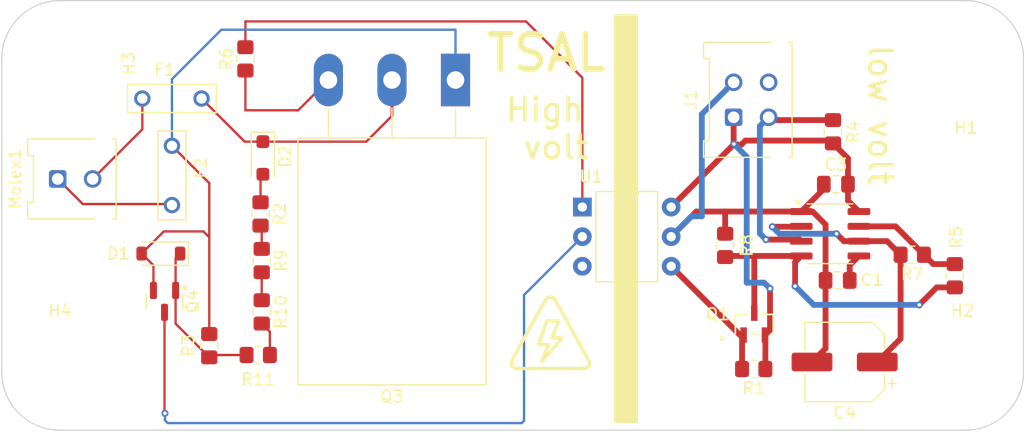
<source format=kicad_pcb>
(kicad_pcb (version 20240108) (generator "pcbnew") (generator_version "8.0")
  (layers (0 "F.Cu" signal) (31 "B.Cu" signal) (34 "B.Paste" user) (35 "F.Paste" user) (36 "B.SilkS" user "B.Silkscreen") (37 "F.SilkS" user "F.Silkscreen") (38 "B.Mask" user) (39 "F.Mask" user) (44 "Edge.Cuts" user))
  (net 0 "")
  (net 1 "Net-(D1-K)")
  (net 2 "/HV-")
  (net 3 "GLV+")
  (net 4 "Net-(Q1-D)")
  (net 5 "Net-(Q1-G)")
  (net 6 "Net-(Q3-S)")
  (net 7 "Net-(Q4-D)")
  (net 8 "Net-(R6-Pad2)")
  (net 10 "Net-(D2-A)")
  (net 11 "/HV+")
  (net 12 "Net-(U2-CV)")
  (net 13 "Light+")
  (net 14 "GND")
  (net 15 "Net-(U2-DIS)")
  (net 16 "Net-(U2-THR)")
  (net 18 "Net-(R10-Pad2)")
  (net 19 "Net-(R10-Pad1)")
  (net 20 "Net-(R2-Pad2)")
  (net 21 "Net-(D2-K)")
  (net 22 "Net-(Molex1-Pin_1)")
  (footprint "MountingHole:MountingHole_4.3mm_M4" (layer "F.Cu") (at 114.2 85.1)
    (property "Reference" "H3" (at 5.9 0.3 90) (layer "F.SilkS"))
    (property "Value" "MountingHole")
    (pad "" np_thru_hole circle (at 0 0) (size 4.3 4.3) (drill 4.3) (layers "*.Cu" "*.Mask"))
  )
  (footprint "Resistor_SMD:R_0805_2012Metric_Pad1.20x1.40mm_HandSolder" (layer "F.Cu") (at 180.5 91.25 90)
    (property "Reference" "R4" (at 0 1.75 90) (layer "F.SilkS"))
    (property "Value" "1k")
    (fp_line (start -0.227064 -0.735) (end 0.227064 -0.735) (stroke (width 0.12)) (layer "F.SilkS"))
    (fp_line (start -0.227064 0.735) (end 0.227064 0.735) (stroke (width 0.12)) (layer "F.SilkS"))
    (pad "1" smd roundrect (at -1 0 90) (size 1.2 1.4) (layers "F.Cu" "F.Paste" "F.Mask") (roundrect_rratio 0.208333) (net 3 "GLV+"))
    (pad "2" smd roundrect (at 1 0 90) (size 1.2 1.4) (layers "F.Cu" "F.Paste" "F.Mask") (roundrect_rratio 0.208333) (net 13 "Light+"))
  )
  (footprint "Resistor_SMD:R_0805_2012Metric_Pad1.20x1.40mm_HandSolder" (layer "F.Cu") (at 131.5 102.3 -90)
    (property "Reference" "R9" (at 0 -1.65 90) (layer "F.SilkS"))
    (property "Value" "240k")
    (fp_line (start -0.227064 0.735) (end 0.227064 0.735) (stroke (width 0.12)) (layer "F.SilkS"))
    (fp_line (start -0.227064 -0.735) (end 0.227064 -0.735) (stroke (width 0.12)) (layer "F.SilkS"))
    (pad "1" smd roundrect (at -1 0 270) (size 1.2 1.4) (layers "F.Cu" "F.Paste" "F.Mask") (roundrect_rratio 0.208333) (net 20 "Net-(R2-Pad2)"))
    (pad "2" smd roundrect (at 1 0 270) (size 1.2 1.4) (layers "F.Cu" "F.Paste" "F.Mask") (roundrect_rratio 0.208333) (net 19 "Net-(R10-Pad1)"))
  )
  (footprint "Resistor_SMD:R_0805_2012Metric_Pad1.20x1.40mm_HandSolder" (layer "F.Cu") (at 127 109.6 90)
    (property "Reference" "R3" (at 0 -1.8 90) (layer "F.SilkS"))
    (property "Value" "2M")
    (fp_line (start -0.227064 -0.735) (end 0.227064 -0.735) (stroke (width 0.12)) (layer "F.SilkS"))
    (fp_line (start -0.227064 0.735) (end 0.227064 0.735) (stroke (width 0.12)) (layer "F.SilkS"))
    (pad "1" smd roundrect (at -1 0 90) (size 1.2 1.4) (layers "F.Cu" "F.Paste" "F.Mask") (roundrect_rratio 0.208333) (net 1 "Net-(D1-K)"))
    (pad "2" smd roundrect (at 1 0 90) (size 1.2 1.4) (layers "F.Cu" "F.Paste" "F.Mask") (roundrect_rratio 0.208333) (net 2 "/HV-"))
  )
  (footprint "Capacitor_SMD:CP_Elec_6.3x5.4" (layer "F.Cu") (at 181.5 111 180)
    (property "Reference" "C4" (at 0 -4.35 360) (layer "F.SilkS"))
    (property "Value" "100uF")
    (fp_line (start 3.41 3.41) (end 3.41 1.06) (stroke (width 0.12)) (layer "F.SilkS"))
    (fp_line (start 3.41 -3.41) (end 3.41 -1.06) (stroke (width 0.12)) (layer "F.SilkS"))
    (fp_line (start -2.345563 3.41) (end 3.41 3.41) (stroke (width 0.12)) (layer "F.SilkS"))
    (fp_line (start -2.345563 -3.41) (end 3.41 -3.41) (stroke (width 0.12)) (layer "F.SilkS"))
    (fp_line (start -3.41 2.345563) (end -2.345563 3.41) (stroke (width 0.12)) (layer "F.SilkS"))
    (fp_line (start -3.41 2.345563) (end -3.41 1.06) (stroke (width 0.12)) (layer "F.SilkS"))
    (fp_line (start -3.41 -2.345563) (end -2.345563 -3.41) (stroke (width 0.12)) (layer "F.SilkS"))
    (fp_line (start -3.41 -2.345563) (end -3.41 -1.06) (stroke (width 0.12)) (layer "F.SilkS"))
    (fp_line (start -4.04375 -2.24125) (end -4.04375 -1.45375) (stroke (width 0.12)) (layer "F.SilkS"))
    (fp_line (start -4.4375 -1.8475) (end -3.65 -1.8475) (stroke (width 0.12)) (layer "F.SilkS"))
    (pad "1" smd roundrect (at -2.8 0 180) (size 3.5 1.6) (layers "F.Cu" "F.Paste" "F.Mask") (roundrect_rratio 0.15625) (net 16 "Net-(U2-THR)"))
    (pad "2" smd roundrect (at 2.8 0 180) (size 3.5 1.6) (layers "F.Cu" "F.Paste" "F.Mask") (roundrect_rratio 0.15625) (net 14 "GND"))
  )
  (footprint "Connector_Molex:Molex_Micro-Fit_3.0_43045-0212_2x01_P3.00mm_Vertical" (layer "F.Cu") (at 114 95.3 90)
    (property "Reference" "Molex1" (at 0 -3.67 90) (layer "F.SilkS"))
    (property "Value" "043045-0212")
    (fp_line (start 3.435 -2.58) (end 3.435 3.18) (stroke (width 0.12)) (layer "F.SilkS"))
    (fp_line (start 2.015 -2.58) (end 3.435 -2.58) (stroke (width 0.12)) (layer "F.SilkS"))
    (fp_line (start -2.015 -2.58) (end -2.015 -2.08) (stroke (width 0.12)) (layer "F.SilkS"))
    (fp_line (start -3.435 -2.58) (end -2.015 -2.58) (stroke (width 0.12)) (layer "F.SilkS"))
    (fp_line (start 2.015 -2.08) (end 2.015 -2.58) (stroke (width 0.12)) (layer "F.SilkS"))
    (fp_line (start -2.015 -2.08) (end 2.015 -2.08) (stroke (width 0.12)) (layer "F.SilkS"))
    (fp_line (start -3.435 3.18) (end -3.435 -2.58) (stroke (width 0.12)) (layer "F.SilkS"))
    (fp_line (start -3.435 4.7) (end -3.435 5.01) (stroke (width 0.12)) (layer "F.SilkS"))
    (fp_line (start 3.435 5.01) (end 3.435 4.7) (stroke (width 0.12)) (layer "F.SilkS"))
    (fp_line (start -3.435 5.01) (end 3.435 5.01) (stroke (width 0.12)) (layer "F.SilkS"))
    (pad "" np_thru_hole circle (at -3 3.94 90) (size 1 1) (drill 1) (layers "*.Cu" "*.Mask"))
    (pad "" np_thru_hole circle (at 3 3.94 90) (size 1 1) (drill 1) (layers "*.Cu" "*.Mask"))
    (pad "1" thru_hole roundrect (at 0 0 90) (size 1.5 1.5) (drill 1) (layers "*.Cu" "*.Mask") (roundrect_rratio 0.166667) (net 22 "Net-(Molex1-Pin_1)"))
    (pad "2" thru_hole circle (at 0 3 90) (size 1.5 1.5) (drill 1) (layers "*.Cu" "*.Mask") (net 11 "/HV+"))
  )
  (footprint "Library:FUSE_BK_PCS" (layer "F.Cu") (at 123.8 95 -90)
    (property "Reference" "F2" (at -0.635 -2.465 90) (layer "F.SilkS"))
    (property "Value" "750mA")
    (fp_line (start -3.81 1.205) (end -3.81 -1.205) (stroke (width 0.127)) (layer "F.SilkS"))
    (fp_line (start 3.81 1.205) (end -3.81 1.205) (stroke (width 0.127)) (layer "F.SilkS"))
    (fp_line (start -3.81 -1.205) (end 3.81 -1.205) (stroke (width 0.127)) (layer "F.SilkS"))
    (fp_line (start 3.81 -1.205) (end 3.81 1.205) (stroke (width 0.127)) (layer "F.SilkS"))
    (pad "1" thru_hole circle (at -2.54 0 270) (size 1.397 1.397) (drill 0.889) (layers "*.Cu" "*.Mask") (net 2 "/HV-"))
    (pad "2" thru_hole circle (at 2.54 0 270) (size 1.397 1.397) (drill 0.889) (layers "*.Cu" "*.Mask") (net 22 "Net-(Molex1-Pin_1)"))
  )
  (footprint "Capacitor_SMD:C_0805_2012Metric_Pad1.18x1.45mm_HandSolder" (layer "F.Cu") (at 180.75 95.75)
    (property "Reference" "C3" (at 0 -1.68 0) (layer "F.SilkS"))
    (property "Value" "1uF")
    (fp_line (start -0.261252 -0.735) (end 0.261252 -0.735) (stroke (width 0.12)) (layer "F.SilkS"))
    (fp_line (start -0.261252 0.735) (end 0.261252 0.735) (stroke (width 0.12)) (layer "F.SilkS"))
    (pad "1" smd roundrect (at -1.0375 0) (size 1.175 1.45) (layers "F.Cu" "F.Paste" "F.Mask") (roundrect_rratio 0.212766) (net 14 "GND"))
    (pad "2" smd roundrect (at 1.0375 0) (size 1.175 1.45) (layers "F.Cu" "F.Paste" "F.Mask") (roundrect_rratio 0.212766) (net 3 "GLV+"))
  )
  (footprint "Resistor_SMD:R_0805_2012Metric_Pad1.20x1.40mm_HandSolder" (layer "F.Cu") (at 173.7 111.6 180)
    (property "Reference" "R1" (at 0 -1.65 0) (layer "F.SilkS"))
    (property "Value" "10k")
    (fp_line (start -0.227064 0.735) (end 0.227064 0.735) (stroke (width 0.12)) (layer "F.SilkS"))
    (fp_line (start -0.227064 -0.735) (end 0.227064 -0.735) (stroke (width 0.12)) (layer "F.SilkS"))
    (pad "1" smd roundrect (at -1 0 180) (size 1.2 1.4) (layers "F.Cu" "F.Paste" "F.Mask") (roundrect_rratio 0.208333) (net 3 "GLV+"))
    (pad "2" smd roundrect (at 1 0 180) (size 1.2 1.4) (layers "F.Cu" "F.Paste" "F.Mask") (roundrect_rratio 0.208333) (net 5 "Net-(Q1-G)"))
  )
  (footprint "Resistor_SMD:R_0805_2012Metric_Pad1.20x1.40mm_HandSolder" (layer "F.Cu") (at 131.4 98.3 -90)
    (property "Reference" "R2" (at 0 -1.65 90) (layer "F.SilkS"))
    (property "Value" "240k")
    (fp_line (start -0.227064 0.735) (end 0.227064 0.735) (stroke (width 0.12)) (layer "F.SilkS"))
    (fp_line (start -0.227064 -0.735) (end 0.227064 -0.735) (stroke (width 0.12)) (layer "F.SilkS"))
    (pad "1" smd roundrect (at -1 0 270) (size 1.2 1.4) (layers "F.Cu" "F.Paste" "F.Mask") (roundrect_rratio 0.208333) (net 10 "Net-(D2-A)"))
    (pad "2" smd roundrect (at 1 0 270) (size 1.2 1.4) (layers "F.Cu" "F.Paste" "F.Mask") (roundrect_rratio 0.208333) (net 20 "Net-(R2-Pad2)"))
  )
  (footprint "MountingHole:MountingHole_4.3mm_M4" (layer "F.Cu") (at 114.2 111.9)
    (property "Reference" "H4" (at 0 -5.3 0) (layer "F.SilkS"))
    (property "Value" "MountingHole")
    (pad "" np_thru_hole circle (at 0 0) (size 4.3 4.3) (drill 4.3) (layers "*.Cu" "*.Mask"))
  )
  (footprint "Capacitor_SMD:C_0805_2012Metric_Pad1.18x1.45mm_HandSolder" (layer "F.Cu") (at 180.9 104)
    (property "Reference" "C1" (at 2.95 -0.05 0) (layer "F.SilkS"))
    (property "Value" "0.1uF")
    (fp_line (start -0.261252 -0.735) (end 0.261252 -0.735) (stroke (width 0.12)) (layer "F.SilkS"))
    (fp_line (start -0.261252 0.735) (end 0.261252 0.735) (stroke (width 0.12)) (layer "F.SilkS"))
    (pad "1" smd roundrect (at -1.0375 0) (size 1.175 1.45) (layers "F.Cu" "F.Paste" "F.Mask") (roundrect_rratio 0.212766) (net 14 "GND"))
    (pad "2" smd roundrect (at 1.0375 0) (size 1.175 1.45) (layers "F.Cu" "F.Paste" "F.Mask") (roundrect_rratio 0.212766) (net 12 "Net-(U2-CV)"))
  )
  (footprint "Diode_SMD:D_SOD-123" (layer "F.Cu") (at 122.85 101.7 180)
    (property "Reference" "D1" (at 3.65 0 0) (layer "F.SilkS"))
    (property "Value" "BZT52C12")
    (fp_line (start -2.36 1) (end 1.65 1) (stroke (width 0.12)) (layer "F.SilkS"))
    (fp_line (start -2.36 -1) (end 1.65 -1) (stroke (width 0.12)) (layer "F.SilkS"))
    (fp_line (start -2.36 -1) (end -2.36 1) (stroke (width 0.12)) (layer "F.SilkS"))
    (pad "1" smd roundrect (at -1.65 0 180) (size 0.9 1.2) (layers "F.Cu" "F.Paste" "F.Mask") (net 1 "Net-(D1-K)"))
    (pad "2" smd roundrect (at 1.65 0 180) (size 0.9 1.2) (layers "F.Cu" "F.Paste" "F.Mask") (net 2 "/HV-"))
  )
  (footprint "Resistor_SMD:R_0805_2012Metric_Pad1.20x1.40mm_HandSolder" (layer "F.Cu") (at 131.2 110.4 180)
    (property "Reference" "R11" (at 0 -2.1 0) (layer "F.SilkS"))
    (property "Value" "240k")
    (fp_line (start -0.227064 0.735) (end 0.227064 0.735) (stroke (width 0.12)) (layer "F.SilkS"))
    (fp_line (start -0.227064 -0.735) (end 0.227064 -0.735) (stroke (width 0.12)) (layer "F.SilkS"))
    (pad "1" smd roundrect (at -1 0 180) (size 1.2 1.4) (layers "F.Cu" "F.Paste" "F.Mask") (roundrect_rratio 0.208333) (net 18 "Net-(R10-Pad2)"))
    (pad "2" smd roundrect (at 1 0 180) (size 1.2 1.4) (layers "F.Cu" "F.Paste" "F.Mask") (roundrect_rratio 0.208333) (net 1 "Net-(D1-K)"))
  )
  (footprint "Package_TO_SOT_SMD:SOT23_DIO" (layer "F.Cu") (at 173.75 107.75)
    (property "Reference" "Q1" (at -3.15 -0.85 0) (layer "F.SilkS"))
    (property "Value" "DMP2035U-7")
    (fp_line (start -1.6256 -0.8255) (end -1.6256 0.8255) (stroke (width 0.1524)) (layer "F.SilkS"))
    (fp_line (start -0.61214 -0.8255) (end -1.6256 -0.8255) (stroke (width 0.1524)) (layer "F.SilkS"))
    (fp_line (start -0.302859 0.8255) (end 0.302859 0.8255) (stroke (width 0.1524)) (layer "F.SilkS"))
    (fp_line (start 1.6256 -0.8255) (end 0.61214 -0.8255) (stroke (width 0.1524)) (layer "F.SilkS"))
    (fp_line (start 1.6256 0.8255) (end 1.6256 -0.8255) (stroke (width 0.1524)) (layer "F.SilkS"))
    (fp_circle (center -2.7686 1.2446) (end -2.6416 1.2446) (stroke (width 0.1524)) (fill none) (layer "F.SilkS"))
    (pad "1" smd rect (at -0.914999 0.9398) (size 0.5588 1.3208) (layers "F.Cu" "F.Paste" "F.Mask") (net 5 "Net-(Q1-G)"))
    (pad "2" smd rect (at 0.914999 0.9398) (size 0.5588 1.3208) (layers "F.Cu" "F.Paste" "F.Mask") (net 3 "GLV+"))
    (pad "3" smd rect (at 0 -0.9398) (size 0.5588 1.3208) (layers "F.Cu" "F.Paste" "F.Mask") (net 4 "Net-(Q1-D)"))
  )
  (footprint "LOGO" (layer "F.Cu") (at 156.25 108.5)
    (property "Reference" "G***" (hide yes))
    (property "Value" "LOGO" (hide yes))
    (fp_poly (pts (xy 0.221786 -1.162324) (xy 0.361921 -1.162169) (xy 0.477264 -1.161801) (xy 0.57038 -1.161116) (xy 0.643831 -1.160011) (xy 0.700182 -1.158383) (xy 0.741998 -1.156128) (xy 0.77184 -1.153143) (xy 0.792275 -1.149325) (xy 0.805865 -1.14457) (xy 0.815175 -1.138774) (xy 0.815658 -1.138387) (xy 0.855584 -1.0918) (xy 0.874507 -1.037338) (xy 0.875391 -1.023182) (xy 0.870423 -1.004497) (xy 0.856172 -0.96302) (xy 0.833617 -0.901319) (xy 0.803734 -0.821963) (xy 0.767503 -0.727517) (xy 0.725901 -0.62055) (xy 0.679906 -0.503629) (xy 0.630496 -0.379322) (xy 0.622348 -0.358941) (xy 0.572672 -0.234664) (xy 0.526224 -0.118232) (xy 0.483973 -0.012083) (xy 0.446885 0.081341) (xy 0.415925 0.159603) (xy 0.392062 0.220261) (xy 0.376262 0.260876) (xy 0.369491 0.279007) (xy 0.369305 0.279712) (xy 0.382386 0.28153) (xy 0.419235 0.28345) (xy 0.476269 0.285369) (xy 0.549903 0.287183) (xy 0.636549 0.288789) (xy 0.726076 0.290009) (xy 1.082846 0.294077) (xy 1.122737 0.338746) (xy 1.154242 0.391741) (xy 1.162827 0.449942) (xy 1.147804 0.505736) (xy 1.139101 0.520139) (xy 1.123025 0.540815) (xy 1.090963 0.579875) (xy 1.0444 0.635596) (xy 0.98482 0.706255) (xy 0.913708 0.790129) (xy 0.832548 0.885493) (xy 0.742824 0.990624) (xy 0.64602 1.103799) (xy 0.543621 1.223294) (xy 0.437112 1.347386) (xy 0.327975 1.474351) (xy 0.217697 1.602465) (xy 0.107761 1.730006) (xy -0.000349 1.855248) (xy -0.105147 1.97647) (xy -0.205151 2.091947) (xy -0.298875 2.199957) (xy -0.384835 2.298774) (xy -0.461547 2.386677) (xy -0.527527 2.46194) (xy -0.58129 2.522842) (xy -0.621351 2.567658) (xy -0.646227 2.594664) (xy -0.653975 2.602163) (xy -0.710243 2.624997) (xy -0.7656 2.620691) (xy -0.818436 2.589453) (xy -0.828885 2.579666) (xy -0.863211 2.536459) (xy -0.875271 2.495612) (xy -0.87539 2.490825) (xy -0.870402 2.46993) (xy -0.8561 2.426349) (xy -0.83348 2.362733) (xy -0.803537 2.281738) (xy -0.767264 2.186015) (xy -0.725657 2.078217) (xy -0.679711 1.960998) (xy -0.630421 1.83701) (xy -0.627412 1.829495) (xy -0.577938 1.705855) (xy -0.531483 1.589475) (xy -0.489059 1.482915) (xy -0.451682 1.388736) (xy -0.420364 1.309497) (xy -0.396121 1.24776) (xy -0.379966 1.206085) (xy -0.372913 1.187031) (xy -0.372774 1.186565) (xy -0.372308 1.179328) (xy -0.377424 1.173712) (xy -0.391118 1.169513) (xy -0.416389 1.166528) (xy -0.456233 1.164551) (xy -0.513647 1.163379) (xy -0.591629 1.162808) (xy -0.693175 1.162634) (xy -0.724389 1.162628) (xy -1.082664 1.162628) (xy -1.122646 1.122646) (xy -1.152066 1.084189) (xy -1.162322 1.041274) (xy -1.162628 1.029456) (xy -1.157846 1.004736) (xy -1.14357 0.954707) (xy -1.119903 0.879677) (xy -1.112837 0.858293) (xy -0.804044 0.858293) (xy -0.800277 0.863665) (xy -0.783205 0.86786) (xy -0.75036 0.870998) (xy -0.699278 0.873198) (xy -0.627492 0.87458) (xy -0.532537 0.875264) (xy -0.451469 0.875391) (xy -0.09301 0.875391) (xy -0.046505 0.921896) (xy -0.01225 0.964961) (xy -0.000137 1.005704) (xy 0 1.010878) (xy -0.004982 1.034952) (xy -0.018995 1.080364) (xy -0.040641 1.143162) (xy -0.068519 1.219394) (xy -0.101232 1.305109) (xy -0.129876 1.377687) (xy -0.164509 1.46551) (xy -0.193501 1.541685) (xy -0.21587 1.603418) (xy -0.230635 1.647914) (xy -0.236813 1.672379) (xy -0.234355 1.675107) (xy -0.220686 1.659674) (xy -0.191036 1.625529) (xy -0.147197 1.574757) (xy -0.09096 1.509441) (xy -0.024117 1.431665) (xy 0.051539 1.343514) (xy 0.134217 1.247071) (xy 0.222123 1.144419) (xy 0.244584 1.118175) (xy 0.698126 0.588153) (xy 0.409935 0.588153) (xy 0.307652 0.58776) (xy 0.229145 0.586433) (xy 0.170846 0.583949) (xy 0.129183 0.580086) (xy 0.100587 0.57462) (xy 0.082219 0.567714) (xy 0.032316 0.52934) (xy 0.004679 0.479231) (xy 0 0.445576) (xy 0.004973 0.42509) (xy 0.019238 0.381862) (xy 0.041816 0.3185) (xy 0.071727 0.237617) (xy 0.107992 0.141823) (xy 0.149631 0.033729) (xy 0.195664 -0.084054) (xy 0.245112 -0.208916) (xy 0.253043 -0.228796) (xy 0.302681 -0.353219) (xy 0.349097 -0.469807) (xy 0.391324 -0.576118) (xy 0.428399 -0.669714) (xy 0.459357 -0.748156) (xy 0.483234 -0.809003) (xy 0.499066 -0.849815) (xy 0.505887 -0.868153) (xy 0.506085 -0.868907) (xy 0.493014 -0.870668) (xy 0.456225 -0.872247) (xy 0.399357 -0.873577) (xy 0.326048 -0.874588) (xy 0.239937 -0.875213) (xy 0.159597 -0.87539) (xy -0.18689 -0.87539) (xy -0.492525 -0.017097) (xy -0.544759 0.129596) (xy -0.594349 0.268882) (xy -0.640525 0.398591) (xy -0.682512 0.516554) (xy -0.71954 0.620599) (xy -0.750835 0.708556) (xy -0.775625 0.778256) (xy -0.793139 0.827529) (xy -0.802603 0.854203) (xy -0.804044 0.858293) (xy -1.112837 0.858293) (xy -1.086951 0.779954) (xy -1.044818 0.655847) (xy -0.993607 0.507663) (xy -0.933423 0.33571) (xy -0.864371 0.140296) (xy -0.806858 -0.02138) (xy -0.749975 -0.180742) (xy -0.69533 -0.333547) (xy -0.64368 -0.477696) (xy -0.595781 -0.611095) (xy -0.552389 -0.731646) (xy -0.51426 -0.837251) (xy -0.48215 -0.925815) (xy -0.456814 -0.995241) (xy -0.43901 -1.043431) (xy -0.429492 -1.068289) (xy -0.428772 -1.070001) (xy -0.419133 -1.092004) (xy -0.409564 -1.110218) (xy -0.397552 -1.124997) (xy -0.380585 -1.1367) (xy -0.356152 -1.145681) (xy -0.32174 -1.152299) (xy -0.274837 -1.156908) (xy -0.212931 -1.159866) (xy -0.133509 -1.16153) (xy -0.034061 -1.162255) (xy 0.087927 -1.162399)) (fill solid) (layer "F.SilkS"))
    (fp_poly (pts (xy 0.091361 -3.205002) (xy 0.098082 -3.204001) (xy 0.210467 -3.175667) (xy 0.317147 -3.128156) (xy 0.410502 -3.065375) (xy 0.460374 -3.018287) (xy 0.471136 -3.004415) (xy 0.487371 -2.980218) (xy 0.509513 -2.944927) (xy 0.537993 -2.897773) (xy 0.573245 -2.837986) (xy 0.6157 -2.764798) (xy 0.665792 -2.677438) (xy 0.723953 -2.575139) (xy 0.790616 -2.45713) (xy 0.866213 -2.322643) (xy 0.951177 -2.170908) (xy 1.04594 -2.001156) (xy 1.150936 -1.812618) (xy 1.266596 -1.604525) (xy 1.393354 -1.376108) (xy 1.531642 -1.126597) (xy 1.681892 -0.855223) (xy 1.844537 -0.561217) (xy 1.976468 -0.32259) (xy 2.114557 -0.07268) (xy 2.249364 0.171461) (xy 2.380273 0.408708) (xy 2.506664 0.637935) (xy 2.627922 0.858018) (xy 2.743427 1.067832) (xy 2.852564 1.266253) (xy 2.954715 1.452154) (xy 3.049262 1.624411) (xy 3.135588 1.781899) (xy 3.213075 1.923494) (xy 3.281107 2.048069) (xy 3.339065 2.154501) (xy 3.386333 2.241664) (xy 3.422292 2.308434) (xy 3.446326 2.353684) (xy 3.457817 2.376291) (xy 3.458408 2.37763) (xy 3.49094 2.490327) (xy 3.499214 2.608388) (xy 3.484391 2.727065) (xy 3.44763 2.841606) (xy 3.390092 2.947264) (xy 3.312937 3.039288) (xy 3.292123 3.058389) (xy 3.21222 3.114957) (xy 3.117229 3.161868) (xy 3.019093 3.193667) (xy 2.979146 3.201302) (xy 2.956856 3.202547) (xy 2.908768 3.203715) (xy 2.836433 3.204807) (xy 2.741405 3.205824) (xy 2.625236 3.206764) (xy 2.48948 3.20763) (xy 2.335688 3.208419) (xy 2.165414 3.209134) (xy 1.98021 3.209774) (xy 1.781629 3.210339) (xy 1.571224 3.21083) (xy 1.350547 3.211246) (xy 1.121151 3.211589) (xy 0.88459 3.211857) (xy 0.642415 3.212052) (xy 0.396179 3.212174) (xy 0.147436 3.212222) (xy -0.102263 3.212197) (xy -0.351364 3.2121) (xy -0.598314 3.211929) (xy -0.841562 3.211687) (xy -1.079553 3.211372) (xy -1.310737 3.210985) (xy -1.533559 3.210526) (xy -1.746467 3.209996) (xy -1.947908 3.209395) (xy -2.13633 3.208722) (xy -2.310179 3.207978) (xy -2.467904 3.207164) (xy -2.607951 3.206279) (xy -2.728768 3.205324) (xy -2.828801 3.204298) (xy -2.906499 3.203203) (xy -2.960308 3.202038) (xy -2.988676 3.200804) (xy -2.991465 3.200506) (xy -3.068497 3.181009) (xy -3.152727 3.146387) (xy -3.23308 3.101874) (xy -3.292122 3.058389) (xy -3.373711 2.970251) (xy -3.435955 2.867365) (xy -3.477694 2.754481) (xy -3.497767 2.636348) (xy -3.49754 2.626561) (xy -3.198409 2.626561) (xy -3.184856 2.702027) (xy -3.173633 2.732233) (xy -3.124866 2.808288) (xy -3.055548 2.866441) (xy -3.015993 2.887606) (xy -3.009043 2.890464) (xy -3.000368 2.893097) (xy -2.988875 2.895515) (xy -2.973474 2.897728) (xy -2.95307 2.899745) (xy -2.926572 2.901575) (xy -2.892886 2.903228) (xy -2.850921 2.904711) (xy -2.799584 2.906036) (xy -2.737781 2.907211) (xy -2.664422 2.908244) (xy -2.578412 2.909147) (xy -2.47866 2.909927) (xy -2.364072 2.910595) (xy -2.233557 2.911158) (xy -2.086022 2.911627) (xy -1.920374 2.912011) (xy -1.735521 2.912319) (xy -1.53037 2.912561) (xy -1.303829 2.912745) (xy -1.054804 2.912881) (xy -0.782204 2.912977) (xy -0.484936 2.913045) (xy -0.161907 2.913091) (xy -0.00431 2.913108) (xy 0.37363 2.913092) (xy 0.724555 2.912962) (xy 1.048805 2.912716) (xy 1.346721 2.912353) (xy 1.618643 2.911872) (xy 1.864913 2.911271) (xy 2.08587 2.910548) (xy 2.281855 2.909701) (xy 2.453209 2.908729) (xy 2.600271 2.907631) (xy 2.723384 2.906405) (xy 2.822886 2.905048) (xy 2.89912 2.903561) (xy 2.952425 2.90194) (xy 2.983141 2.900185) (xy 2.991167 2.898966) (xy 3.069409 2.856322) (xy 3.131599 2.795787) (xy 3.175559 2.722202) (xy 3.199111 2.640409) (xy 3.200075 2.555249) (xy 3.179818 2.479697) (xy 3.17129 2.463104) (xy 3.150133 2.423688) (xy 3.116962 2.362562) (xy 3.072388 2.280841) (xy 3.017024 2.17964) (xy 2.951483 2.060072) (xy 2.876379 1.923252) (xy 2.792324 1.770294) (xy 2.699932 1.602313) (xy 2.599814 1.420423) (xy 2.492584 1.225737) (xy 2.378854 1.019371) (xy 2.259239 0.802439) (xy 2.13435 0.576054) (xy 2.0048 0.341331) (xy 1.871203 0.099385) (xy 1.734171 -0.14867) (xy 1.720113 -0.174111) (xy 1.54566 -0.489648) (xy 1.380996 -0.787124) (xy 1.226355 -1.066122) (xy 1.081969 -1.326228) (xy 0.948072 -1.567025) (xy 0.824896 -1.788099) (xy 0.712674 -1.989033) (xy 0.611639 -2.169412) (xy 0.522024 -2.328821) (xy 0.444062 -2.466843) (xy 0.377985 -2.583064) (xy 0.324027 -2.677068) (xy 0.28242 -2.74844) (xy 0.253397 -2.796763) (xy 0.237192 -2.821623) (xy 0.234857 -2.82445) (xy 0.167929 -2.873115) (xy 0.08806 -2.90247) (xy 0.001665 -2.912512) (xy -0.084843 -2.903239) (xy -0.165049 -2.874649) (xy -0.232541 -2.82674) (xy -0.23471 -2.824597) (xy -0.246952 -2.806948) (xy -0.272071 -2.765737) (xy -0.309818 -2.701406) (xy -0.359949 -2.614396) (xy -0.422214 -2.505147) (xy -0.496367 -2.3741) (xy -0.582161 -2.221697) (xy -0.679349 -2.048379) (xy -0.787683 -1.854586) (xy -0.906916 -1.64076) (xy -1.036802 -1.407341) (xy -1.177093 -1.15477) (xy -1.327542 -0.883489) (xy -1.487902 -0.593939) (xy -1.657925 -0.286559) (xy -1.719874 -0.174478) (xy -1.857228 0.074132) (xy -1.99121 0.316748) (xy -2.121206 0.552255) (xy -2.246604 0.779539) (xy -2.366792 0.997485) (xy -2.481155 1.204979) (xy -2.589082 1.400907) (xy -2.689958 1.584154) (xy -2.783172 1.753606) (xy -2.868109 1.908148) (xy -2.944158 2.046666) (xy -3.010705 2.168046) (xy -3.067136 2.271173) (xy -3.11284 2.354933) (xy -3.147203 2.418212) (xy -3.169612 2.459894) (xy -3.179454 2.478866) (xy -3.179725 2.479477) (xy -3.196801 2.548164) (xy -3.198409 2.626561) (xy -3.49754 2.626561) (xy -3.495015 2.517716) (xy -3.468278 2.403334) (xy -3.458408 2.37763) (xy -3.448799 2.358421) (xy -3.426557 2.316405) (xy -3.392299 2.252705) (xy -3.346644 2.168448) (xy -3.290207 2.064758) (xy -3.223607 1.94276) (xy -3.147461 1.803579) (xy -3.062386 1.64834) (xy -2.969001 1.478168) (xy -2.867921 1.294188) (xy -2.759765 1.097525) (xy -2.64515 0.889303) (xy -2.524694 0.670648) (xy -2.399013 0.442685) (xy -2.268725 0.206539) (xy -2.134448 -0.036666) (xy -1.996799 -0.285804) (xy -1.976467 -0.32259) (xy -1.804129 -0.634279) (xy -1.644515 -0.922753) (xy -1.497191 -1.188781) (xy -1.361726 -1.433131) (xy -1.237685 -1.656574) (xy -1.124638 -1.859877) (xy -1.022151 -2.043811) (xy -0.929792 -2.209145) (xy -0.847128 -2.356647) (xy -0.773727 -2.487087) (xy -0.709155 -2.601235) (xy -0.652981 -2.699858) (xy -0.604772 -2.783728) (xy -0.564094 -2.853612) (xy -0.530517 -2.910279) (xy -0.503606 -2.9545) (xy -0.482929 -2.987044) (xy -0.468054 -3.008678) (xy -0.460374 -3.018287) (xy -0.373057 -3.09463) (xy -0.268865 -3.153255) (xy -0.153158 -3.192381) (xy -0.031296 -3.210224)) (fill solid) (layer "F.SilkS"))
  )
  (footprint "MountingHole:MountingHole_4.3mm_M4" (layer "F.Cu") (at 191.6 111.9)
    (property "Reference" "H2" (at 0 -5.3 0) (layer "F.SilkS"))
    (property "Value" "MountingHole")
    (pad "" np_thru_hole circle (at 0 0) (size 4.3 4.3) (drill 4.3) (layers "*.Cu" "*.Mask"))
  )
  (footprint "Resistor_SMD:R_0805_2012Metric_Pad1.20x1.40mm_HandSolder" (layer "F.Cu") (at 190.95 103.6 90)
    (property "Reference" "R5" (at 3.3 0.1 90) (layer "F.SilkS"))
    (property "Value" "100")
    (fp_line (start -0.227064 -0.735) (end 0.227064 -0.735) (stroke (width 0.12)) (layer "F.SilkS"))
    (fp_line (start -0.227064 0.735) (end 0.227064 0.735) (stroke (width 0.12)) (layer "F.SilkS"))
    (pad "1" smd roundrect (at -1 0 90) (size 1.2 1.4) (layers "F.Cu" "F.Paste" "F.Mask") (roundrect_rratio 0.208333) (net 4 "Net-(Q1-D)"))
    (pad "2" smd roundrect (at 1 0 90) (size 1.2 1.4) (layers "F.Cu" "F.Paste" "F.Mask") (roundrect_rratio 0.208333) (net 15 "Net-(U2-DIS)"))
  )
  (footprint "Resistor_SMD:R_0805_2012Metric_Pad1.20x1.40mm_HandSolder" (layer "F.Cu") (at 171.25 101 -90)
    (property "Reference" "R8" (at 0 -1.85 90) (layer "F.SilkS"))
    (property "Value" "10k")
    (fp_line (start -0.227064 0.735) (end 0.227064 0.735) (stroke (width 0.12)) (layer "F.SilkS"))
    (fp_line (start -0.227064 -0.735) (end 0.227064 -0.735) (stroke (width 0.12)) (layer "F.SilkS"))
    (pad "1" smd roundrect (at -1 0 270) (size 1.2 1.4) (layers "F.Cu" "F.Paste" "F.Mask") (roundrect_rratio 0.208333) (net 14 "GND"))
    (pad "2" smd roundrect (at 1 0 270) (size 1.2 1.4) (layers "F.Cu" "F.Paste" "F.Mask") (roundrect_rratio 0.208333) (net 4 "Net-(Q1-D)"))
  )
  (footprint "Connector_Molex:Molex_Micro-Fit_3.0_43045-0412_2x02_P3.00mm_Vertical" (layer "F.Cu") (at 171.9796 90.0096 90)
    (property "Reference" "J1" (at 1.5 -3.67 90) (layer "F.SilkS"))
    (property "Value" "043045-0412")
    (fp_line (start 6.435 -2.58) (end 6.435 3.18) (stroke (width 0.12)) (layer "F.SilkS"))
    (fp_line (start 5.015 -2.58) (end 6.435 -2.58) (stroke (width 0.12)) (layer "F.SilkS"))
    (fp_line (start -2.015 -2.58) (end -2.015 -2.08) (stroke (width 0.12)) (layer "F.SilkS"))
    (fp_line (start -3.435 -2.58) (end -2.015 -2.58) (stroke (width 0.12)) (layer "F.SilkS"))
    (fp_line (start 5.015 -2.08) (end 5.015 -2.58) (stroke (width 0.12)) (layer "F.SilkS"))
    (fp_line (start -2.015 -2.08) (end 5.015 -2.08) (stroke (width 0.12)) (layer "F.SilkS"))
    (fp_line (start -3.435 3.18) (end -3.435 -2.58) (stroke (width 0.12)) (layer "F.SilkS"))
    (fp_line (start -3.435 4.7) (end -3.435 5.01) (stroke (width 0.12)) (layer "F.SilkS"))
    (fp_line (start 6.435 5.01) (end 6.435 4.7) (stroke (width 0.12)) (layer "F.SilkS"))
    (fp_line (start -3.435 5.01) (end 6.435 5.01) (stroke (width 0.12)) (layer "F.SilkS"))
    (pad "" np_thru_hole circle (at -3 3.94 90) (size 1 1) (drill 1) (layers "*.Cu" "*.Mask"))
    (pad "" np_thru_hole circle (at 6 3.94 90) (size 1 1) (drill 1) (layers "*.Cu" "*.Mask"))
    (pad "1" thru_hole roundrect (at 0 0 90) (size 1.5 1.5) (drill 1) (layers "*.Cu" "*.Mask") (roundrect_rratio 0.166667) (net 3 "GLV+"))
    (pad "2" thru_hole circle (at 3 0 90) (size 1.5 1.5) (drill 1) (layers "*.Cu" "*.Mask") (net 14 "GND"))
    (pad "3" thru_hole circle (at 0 3 90) (size 1.5 1.5) (drill 1) (layers "*.Cu" "*.Mask") (net 13 "Light+"))
    (pad "4" thru_hole circle (at 3 3 90) (size 1.5 1.5) (drill 1) (layers "*.Cu" "*.Mask"))
  )
  (footprint "Resistor_SMD:R_0805_2012Metric_Pad1.20x1.40mm_HandSolder" (layer "F.Cu") (at 131.5 106.7 -90)
    (property "Reference" "R10" (at 0 -1.65 90) (layer "F.SilkS"))
    (property "Value" "240k")
    (fp_line (start -0.227064 0.735) (end 0.227064 0.735) (stroke (width 0.12)) (layer "F.SilkS"))
    (fp_line (start -0.227064 -0.735) (end 0.227064 -0.735) (stroke (width 0.12)) (layer "F.SilkS"))
    (pad "1" smd roundrect (at -1 0 270) (size 1.2 1.4) (layers "F.Cu" "F.Paste" "F.Mask") (roundrect_rratio 0.208333) (net 19 "Net-(R10-Pad1)"))
    (pad "2" smd roundrect (at 1 0 270) (size 1.2 1.4) (layers "F.Cu" "F.Paste" "F.Mask") (roundrect_rratio 0.208333) (net 18 "Net-(R10-Pad2)"))
  )
  (footprint "Package_DIP:DIP-6_W7.62mm" (layer "F.Cu") (at 159 97.71)
    (property "Reference" "U1" (at 0.752 -2.6058 0) (layer "F.SilkS"))
    (property "Value" "H11L1M")
    (fp_line (start 1.16 -1.33) (end 1.16 6.41) (stroke (width 0.12)) (layer "F.SilkS"))
    (fp_line (start 1.16 6.41) (end 6.46 6.41) (stroke (width 0.12)) (layer "F.SilkS"))
    (fp_line (start 2.81 -1.33) (end 1.16 -1.33) (stroke (width 0.12)) (layer "F.SilkS"))
    (fp_line (start 6.46 -1.33) (end 4.81 -1.33) (stroke (width 0.12)) (layer "F.SilkS"))
    (fp_line (start 6.46 6.41) (end 6.46 -1.33) (stroke (width 0.12)) (layer "F.SilkS"))
    (fp_arc (start 4.81 -1.33) (mid 3.81 -0.33) (end 2.81 -1.33) (stroke (width 0.12)) (layer "F.SilkS"))
    (pad "1" thru_hole rect (at 0 0) (size 1.6 1.6) (drill 0.8) (layers "*.Cu" "*.Mask") (net 8 "Net-(R6-Pad2)"))
    (pad "2" thru_hole oval (at 0 2.54) (size 1.6 1.6) (drill 0.8) (layers "*.Cu" "*.Mask") (net 7 "Net-(Q4-D)"))
    (pad "3" thru_hole oval (at 0 5.08) (size 1.6 1.6) (drill 0.8) (layers "*.Cu" "*.Mask"))
    (pad "4" thru_hole oval (at 7.62 5.08) (size 1.6 1.6) (drill 0.8) (layers "*.Cu" "*.Mask") (net 5 "Net-(Q1-G)"))
    (pad "5" thru_hole oval (at 7.62 2.54) (size 1.6 1.6) (drill 0.8) (layers "*.Cu" "*.Mask") (net 14 "GND"))
    (pad "6" thru_hole oval (at 7.62 0) (size 1.6 1.6) (drill 0.8) (layers "*.Cu" "*.Mask") (net 3 "GLV+"))
  )
  (footprint "Diode_SMD:D_SOD-123F" (layer "F.Cu") (at 131.6 93.5 -90)
    (property "Reference" "D2" (at -0.127 -1.905 -90) (layer "F.SilkS"))
    (property "Value" "BZT52C51")
    (fp_line (start -2.21 1) (end 1.65 1) (stroke (width 0.12)) (layer "F.SilkS"))
    (fp_line (start -2.21 -1) (end -2.21 1) (stroke (width 0.12)) (layer "F.SilkS"))
    (fp_line (start -2.21 -1) (end 1.65 -1) (stroke (width 0.12)) (layer "F.SilkS"))
    (pad "1" smd roundrect (at -1.4 0 270) (size 1.1 1.1) (layers "F.Cu" "F.Paste" "F.Mask") (roundrect_rratio 0.2272727273) (net 21 "Net-(D2-K)"))
    (pad "2" smd roundrect (at 1.4 0 270) (size 1.1 1.1) (layers "F.Cu" "F.Paste" "F.Mask") (roundrect_rratio 0.2272727273) (net 10 "Net-(D2-A)"))
  )
  (footprint "Library:FUSE_BK_PCS" (layer "F.Cu") (at 123.8 88.4)
    (property "Reference" "F1" (at -0.635 -2.465 0) (layer "F.SilkS"))
    (property "Value" "750mA")
    (fp_line (start -3.81 -1.205) (end 3.81 -1.205) (stroke (width 0.127)) (layer "F.SilkS"))
    (fp_line (start -3.81 1.205) (end -3.81 -1.205) (stroke (width 0.127)) (layer "F.SilkS"))
    (fp_line (start 3.81 -1.205) (end 3.81 1.205) (stroke (width 0.127)) (layer "F.SilkS"))
    (fp_line (start 3.81 1.205) (end -3.81 1.205) (stroke (width 0.127)) (layer "F.SilkS"))
    (pad "1" thru_hole circle (at -2.54 0) (size 1.397 1.397) (drill 0.889) (layers "*.Cu" "*.Mask") (net 11 "/HV+"))
    (pad "2" thru_hole circle (at 2.54 0) (size 1.397 1.397) (drill 0.889) (layers "*.Cu" "*.Mask") (net 21 "Net-(D2-K)"))
  )
  (footprint "Package_SO:SOIC-8_3.9x4.9mm_P1.27mm" (layer "F.Cu") (at 180.25 100)
    (property "Reference" "U2" (hide yes))
    (property "Value" "NE555D")
    (fp_line (start 0 -2.56) (end -1.95 -2.56) (stroke (width 0.12)) (layer "F.SilkS"))
    (fp_line (start 0 -2.56) (end 1.95 -2.56) (stroke (width 0.12)) (layer "F.SilkS"))
    (fp_line (start 0 2.56) (end -1.95 2.56) (stroke (width 0.12)) (layer "F.SilkS"))
    (fp_line (start 0 2.56) (end 1.95 2.56) (stroke (width 0.12)) (layer "F.SilkS"))
    (fp_poly (pts (xy -2.7 -2.465) (xy -2.94 -2.795) (xy -2.46 -2.795) (xy -2.7 -2.465)) (stroke (width 0.12)) (fill solid) (layer "F.SilkS"))
    (pad "1" smd roundrect (at -2.475 -1.905) (size 1.95 0.6) (layers "F.Cu" "F.Paste" "F.Mask") (net 14 "GND"))
    (pad "2" smd roundrect (at -2.475 -0.635) (size 1.95 0.6) (layers "F.Cu" "F.Paste" "F.Mask") (net 16 "Net-(U2-THR)"))
    (pad "3" smd roundrect (at -2.475 0.635) (size 1.95 0.6) (layers "F.Cu" "F.Paste" "F.Mask") (net 13 "Light+"))
    (pad "4" smd roundrect (at -2.475 1.905) (size 1.95 0.6) (layers "F.Cu" "F.Paste" "F.Mask") (net 4 "Net-(Q1-D)"))
    (pad "5" smd roundrect (at 2.475 1.905) (size 1.95 0.6) (layers "F.Cu" "F.Paste" "F.Mask") (net 12 "Net-(U2-CV)"))
    (pad "6" smd roundrect (at 2.475 0.635) (size 1.95 0.6) (layers "F.Cu" "F.Paste" "F.Mask") (net 16 "Net-(U2-THR)"))
    (pad "7" smd roundrect (at 2.475 -0.635) (size 1.95 0.6) (layers "F.Cu" "F.Paste" "F.Mask") (net 15 "Net-(U2-DIS)"))
    (pad "8" smd roundrect (at 2.475 -1.905) (size 1.95 0.6) (layers "F.Cu" "F.Paste" "F.Mask") (net 3 "GLV+"))
  )
  (footprint "Resistor_SMD:R_0805_2012Metric_Pad1.20x1.40mm_HandSolder" (layer "F.Cu") (at 187.3 101.8 180)
    (property "Reference" "R7" (at 0 -1.65 0) (layer "F.SilkS"))
    (property "Value" "3k")
    (fp_line (start -0.227064 0.735) (end 0.227064 0.735) (stroke (width 0.12)) (layer "F.SilkS"))
    (fp_line (start -0.227064 -0.735) (end 0.227064 -0.735) (stroke (width 0.12)) (layer "F.SilkS"))
    (pad "1" smd roundrect (at -1 0 180) (size 1.2 1.4) (layers "F.Cu" "F.Paste" "F.Mask") (roundrect_rratio 0.208333) (net 15 "Net-(U2-DIS)"))
    (pad "2" smd roundrect (at 1 0 180) (size 1.2 1.4) (layers "F.Cu" "F.Paste" "F.Mask") (roundrect_rratio 0.208333) (net 16 "Net-(U2-THR)"))
  )
  (footprint "Package_TO_SOT_THT:TO-247-3_Horizontal_TabDown" (layer "F.Cu") (at 148.1218 86.8144 180)
    (property "Reference" "Q3" (at 5.45 -27.15 0) (layer "F.SilkS"))
    (property "Value" "UJ3N065080K3S")
    (fp_line (start 13.52 -26.15) (end 13.52 -4.96) (stroke (width 0.12)) (layer "F.SilkS"))
    (fp_line (start 10.9 -4.96) (end 10.9 -2.4) (stroke (width 0.12)) (layer "F.SilkS"))
    (fp_line (start 5.45 -4.96) (end 5.45 -2.4) (stroke (width 0.12)) (layer "F.SilkS"))
    (fp_line (start 0 -4.96) (end 0 -2.4) (stroke (width 0.12)) (layer "F.SilkS"))
    (fp_line (start -2.62 -4.96) (end 13.52 -4.96) (stroke (width 0.12)) (layer "F.SilkS"))
    (fp_line (start -2.62 -26.15) (end 13.52 -26.15) (stroke (width 0.12)) (layer "F.SilkS"))
    (fp_line (start -2.62 -26.15) (end -2.62 -4.96) (stroke (width 0.12)) (layer "F.SilkS"))
    (pad "" np_thru_hole oval (at 5.45 -19.86 180) (size 3.6 3.6) (drill 3.6) (layers "*.Cu" "*.Mask"))
    (pad "1" thru_hole rect (at 0 0 180) (size 2.5 4.5) (drill 1.5) (layers "*.Cu" "*.Mask") (net 2 "/HV-"))
    (pad "2" thru_hole oval (at 5.45 0 180) (size 2.5 4.5) (drill 1.5) (layers "*.Cu" "*.Mask") (net 21 "Net-(D2-K)"))
    (pad "3" thru_hole oval (at 10.9 0 180) (size 2.5 4.5) (drill 1.5) (layers "*.Cu" "*.Mask") (net 6 "Net-(Q3-S)"))
  )
  (footprint "Package_TO_SOT_SMD:SOT-23" (layer "F.Cu") (at 123.1625 105.8 -90)
    (property "Reference" "Q4" (at 0 -2.4 90) (layer "F.SilkS"))
    (property "Value" "DMN2056U")
    (fp_line (start 0 1.56) (end -0.65 1.56) (stroke (width 0.12)) (layer "F.SilkS"))
    (fp_line (start 0 1.56) (end 0.65 1.56) (stroke (width 0.12)) (layer "F.SilkS"))
    (fp_line (start 0 -1.56) (end -0.65 -1.56) (stroke (width 0.12)) (layer "F.SilkS"))
    (fp_line (start 0 -1.56) (end 0.65 -1.56) (stroke (width 0.12)) (layer "F.SilkS"))
    (fp_poly (pts (xy -1.1625 -1.51) (xy -1.4025 -1.84) (xy -0.9225 -1.84) (xy -1.1625 -1.51)) (stroke (width 0.12)) (fill solid) (layer "F.SilkS"))
    (pad "1" smd roundrect (at -0.9375 -0.95 270) (size 1.475 0.6) (layers "F.Cu" "F.Paste" "F.Mask") (net 1 "Net-(D1-K)"))
    (pad "2" smd roundrect (at -0.9375 0.95 270) (size 1.475 0.6) (layers "F.Cu" "F.Paste" "F.Mask") (net 2 "/HV-"))
    (pad "3" smd roundrect (at 0.9375 0 270) (size 1.475 0.6) (layers "F.Cu" "F.Paste" "F.Mask") (net 7 "Net-(Q4-D)"))
  )
  (footprint "Resistor_SMD:R_0805_2012Metric_Pad1.20x1.40mm_HandSolder" (layer "F.Cu") (at 130.1 85 90)
    (property "Reference" "R6" (at 0 -1.65 90) (layer "F.SilkS"))
    (property "Value" "5.6k")
    (fp_line (start -0.227064 -0.735) (end 0.227064 -0.735) (stroke (width 0.12)) (layer "F.SilkS"))
    (fp_line (start -0.227064 0.735) (end 0.227064 0.735) (stroke (width 0.12)) (layer "F.SilkS"))
    (pad "1" smd roundrect (at -1 0 90) (size 1.2 1.4) (layers "F.Cu" "F.Paste" "F.Mask") (roundrect_rratio 0.208333) (net 6 "Net-(Q3-S)"))
    (pad "2" smd roundrect (at 1 0 90) (size 1.2 1.4) (layers "F.Cu" "F.Paste" "F.Mask") (roundrect_rratio 0.208333) (net 8 "Net-(R6-Pad2)"))
  )
  (footprint "MountingHole:MountingHole_4.3mm_M4" (layer "F.Cu") (at 191.6 85.1)
    (property "Reference" "H1" (at 0.3 5.8 0) (layer "F.SilkS"))
    (property "Value" "MountingHole")
    (pad "" np_thru_hole circle (at 0 0) (size 4.3 4.3) (drill 4.3) (layers "*.Cu" "*.Mask"))
  )
  (gr_rect (start 161.7975 81.25) (end 163.7025 116.175) (stroke (width 0.15)) (fill none) (layer "F.SilkS"))
  (gr_line (start 191.85 116.85) (end 114.2 116.85) (stroke (width 0.1)) (layer "Edge.Cuts"))
  (gr_arc (start 196.85 111.85) (mid 195.385534 115.385534) (end 191.85 116.85) (stroke (width 0.1)) (layer "Edge.Cuts"))
  (gr_arc (start 109.2 85) (mid 110.664466 81.464466) (end 114.2 80) (stroke (width 0.1)) (layer "Edge.Cuts"))
  (gr_line (start 109.2 111.85) (end 109.2 85) (stroke (width 0.1)) (layer "Edge.Cuts"))
  (gr_arc (start 191.85 80) (mid 195.385534 81.464466) (end 196.85 85) (stroke (width 0.1)) (layer "Edge.Cuts"))
  (gr_arc (start 114.2 116.85) (mid 110.664466 115.385534) (end 109.2 111.85) (stroke (width 0.1)) (layer "Edge.Cuts"))
  (gr_line (start 114.2 80) (end 191.85 80) (stroke (width 0.1)) (layer "Edge.Cuts"))
  (gr_line (start 196.85 85) (end 196.85 111.85) (stroke (width 0.1)) (layer "Edge.Cuts"))
  (gr_text "low volt\n" (at 183.4 83.6 -90) (layer "F.SilkS") (effects (font (size 2 2) (thickness 0.3)) (justify left bottom)))
  (gr_text "High \n volt" (at 152.25 93.75 0) (layer "F.SilkS") (effects (font (size 2 2) (thickness 0.3)) (justify left bottom)))
  (gr_text "TSAL" (at 150.5 86.25 0) (layer "F.SilkS") (effects (font (size 3 3) (thickness 0.5) (bold yes)) (justify left bottom)))
  (segment (start 124.1125 104.8625) (end 124.1125 102.0875) (width 0.2) (layer "F.Cu") (net 1))
  (segment (start 124.1125 102.0875) (end 124.5 101.7) (width 0.2) (layer "F.Cu") (net 1))
  (segment (start 124.1125 104.8625) (end 124.1125 107.7125) (width 0.2) (layer "F.Cu") (net 1))
  (segment (start 124.1125 107.7125) (end 127 110.6) (width 0.2) (layer "F.Cu") (net 1))
  (segment (start 127.2 110.4) (end 127 110.6) (width 0.2) (layer "F.Cu") (net 1))
  (segment (start 130.2 110.4) (end 127.2 110.4) (width 0.2) (layer "F.Cu") (net 1))
  (segment (start 121.2 101.95) (end 121.2 101.7) (width 0.2) (layer "F.Cu") (net 2))
  (segment (start 123.8 92.46) (end 127 95.66) (width 0.2) (layer "F.Cu") (net 2))
  (segment (start 121.2 101.7) (end 123.1 99.8) (width 0.2) (layer "F.Cu") (net 2))
  (segment (start 122.2125 102.7125) (end 121.2 101.7) (width 0.2) (layer "F.Cu") (net 2))
  (segment (start 127 95.66) (end 127 100.3) (width 0.2) (layer "F.Cu") (net 2))
  (segment (start 126.5 99.8) (end 127 100.3) (width 0.2) (layer "F.Cu") (net 2))
  (segment (start 127 100.3) (end 127 108.6) (width 0.2) (layer "F.Cu") (net 2))
  (segment (start 123.1 99.8) (end 126.5 99.8) (width 0.2) (layer "F.Cu") (net 2))
  (segment (start 122.2125 104.8625) (end 122.2125 102.7125) (width 0.2) (layer "F.Cu") (net 2))
  (segment (start 123.8 92.46) (end 123.8 86.737918) (width 0.2) (layer "B.Cu") (net 2))
  (segment (start 148.1218 82.5218) (end 148.1218 86.8144) (width 0.2) (layer "B.Cu") (net 2))
  (segment (start 123.8 86.737918) (end 128.037918 82.5) (width 0.2) (layer "B.Cu") (net 2))
  (segment (start 128.037918 82.5) (end 148.1 82.5) (width 0.2) (layer "B.Cu") (net 2))
  (segment (start 148.1 82.5) (end 148.1218 82.5218) (width 0.2) (layer "B.Cu") (net 2))
  (segment (start 182.725 98.095) (end 181.7875 97.1575) (width 0.5) (layer "F.Cu") (net 3))
  (segment (start 172.6496 92.3504) (end 172.9904 92.0096) (width 0.5) (layer "F.Cu") (net 3))
  (segment (start 175.1 108.254799) (end 174.664999 108.6898) (width 0.5) (layer "F.Cu") (net 3))
  (segment (start 175.1 104.7) (end 175.1 108.254799) (width 0.5) (layer "F.Cu") (net 3))
  (segment (start 174.7 111.6) (end 174.7 108.724801) (width 0.5) (layer "F.Cu") (net 3))
  (segment (start 172 92.3) (end 171.9796 92.3204) (width 0.5) (layer "F.Cu") (net 3))
  (segment (start 181.7875 97.1575) (end 181.7875 95.75) (width 0.5) (layer "F.Cu") (net 3))
  (segment (start 180.2596 92.0096) (end 180.5 92.25) (width 0.5) (layer "F.Cu") (net 3))
  (segment (start 181.7875 95.75) (end 181.7875 93.5375) (width 0.5) (layer "F.Cu") (net 3))
  (segment (start 174.7 108.724801) (end 174.664999 108.6898) (width 0.5) (layer "F.Cu") (net 3))
  (segment (start 171.9796 92.2796) (end 172 92.3) (width 0.5) (layer "F.Cu") (net 3))
  (segment (start 171.9796 90.0096) (end 171.9796 92.2796) (width 0.5) (layer "F.Cu") (net 3))
  (segment (start 172.9904 92.0096) (end 180.2596 92.0096) (width 0.5) (layer "F.Cu") (net 3))
  (segment (start 171.9796 92.3504) (end 166.62 97.71) (width 0.5) (layer "F.Cu") (net 3))
  (segment (start 171.9796 92.3504) (end 172.6496 92.3504) (width 0.5) (layer "F.Cu") (net 3))
  (segment (start 181.7875 93.5375) (end 180.5 92.25) (width 0.5) (layer "F.Cu") (net 3))
  (segment (start 171.9796 92.3204) (end 171.9796 92.3504) (width 0.5) (layer "F.Cu") (net 3))
  (via (at 175.1 104.7) (size 0.6) (drill 0.3) (layers "F.Cu" "B.Cu") (net 3))
  (via (at 172 92.3) (size 0.6) (drill 0.3) (layers "F.Cu" "B.Cu") (net 3))
  (segment (start 174.3 104.2) (end 174.6 104.2) (width 0.5) (layer "B.Cu") (net 3))
  (segment (start 172 92.3) (end 173.1 93.4) (width 0.5) (layer "B.Cu") (net 3))
  (segment (start 173.1 93.4) (end 173.1 104.2) (width 0.5) (layer "B.Cu") (net 3))
  (segment (start 173.1 104.2) (end 174.3 104.2) (width 0.5) (layer "B.Cu") (net 3))
  (segment (start 174.6 104.2) (end 175.1 104.7) (width 0.5) (layer "B.Cu") (net 3))
  (segment (start 177.775 101.905) (end 173.75 101.905) (width 0.5) (layer "F.Cu") (net 4))
  (segment (start 189.4 104.6) (end 187.9 106.1) (width 0.5) (layer "F.Cu") (net 4))
  (segment (start 177.25 104.5) (end 177.25 102.43) (width 0.5) (layer "F.Cu") (net 4))
  (segment (start 177.25 102.43) (end 177.775 101.905) (width 0.5) (layer "F.Cu") (net 4))
  (segment (start 190.95 104.6) (end 189.4 104.6) (width 0.5) (layer "F.Cu") (net 4))
  (segment (start 173.75 106.8102) (end 173.75 101.905) (width 0.5) (layer "F.Cu") (net 4))
  (segment (start 171.345 101.905) (end 171.25 102) (width 0.5) (layer "F.Cu") (net 4))
  (segment (start 177.8 101.93) (end 177.775 101.905) (width 0.5) (layer "F.Cu") (net 4))
  (segment (start 173.75 101.905) (end 171.345 101.905) (width 0.5) (layer "F.Cu") (net 4))
  (via (at 187.9 106.1) (size 0.6) (drill 0.3) (layers "F.Cu" "B.Cu") (net 4))
  (via (at 177.25 104.5) (size 0.6) (drill 0.3) (layers "F.Cu" "B.Cu") (net 4))
  (segment (start 178.85 106.1) (end 177.25 104.5) (width 0.5) (layer "B.Cu") (net 4))
  (segment (start 187.9 106.1) (end 178.85 106.1) (width 0.5) (layer "B.Cu") (net 4))
  (segment (start 172.7 108.824801) (end 172.835001 108.6898) (width 0.5) (layer "F.Cu") (net 5))
  (segment (start 166.62 102.79) (end 172.5198 108.6898) (width 0.5) (layer "F.Cu") (net 5))
  (segment (start 172.5198 108.6898) (end 172.835001 108.6898) (width 0.5) (layer "F.Cu") (net 5))
  (segment (start 172.7 111.6) (end 172.7 108.824801) (width 0.5) (layer "F.Cu") (net 5))
  (segment (start 130.1 89.408) (end 134.6282 89.408) (width 0.2) (layer "F.Cu") (net 6))
  (segment (start 130.1 86) (end 130.1 89.408) (width 0.2) (layer "F.Cu") (net 6))
  (segment (start 134.6282 89.408) (end 137.2218 86.8144) (width 0.2) (layer "F.Cu") (net 6))
  (segment (start 123.1625 115.3625) (end 123.2 115.4) (width 0.2) (layer "F.Cu") (net 7))
  (segment (start 123.1625 106.7375) (end 123.1625 115.3625) (width 0.2) (layer "F.Cu") (net 7))
  (via (at 123.2 115.4) (size 0.6) (drill 0.3) (layers "F.Cu" "B.Cu") (net 7))
  (segment (start 153.8 116.24) (end 154 116.04) (width 0.2) (layer "B.Cu") (net 7))
  (segment (start 123.2 115.4) (end 123.2 116) (width 0.2) (layer "B.Cu") (net 7))
  (segment (start 154 116.0272) (end 154 105.25) (width 0.2) (layer "B.Cu") (net 7))
  (segment (start 123.44 116.24) (end 153.8 116.24) (width 0.2) (layer "B.Cu") (net 7))
  (segment (start 123.2 116) (end 123.44 116.24) (width 0.2) (layer "B.Cu") (net 7))
  (segment (start 154 105.25) (end 159 100.25) (width 0.2) (layer "B.Cu") (net 7))
  (segment (start 130.1 81.788) (end 154.173 81.788) (width 0.2) (layer "F.Cu") (net 8))
  (segment (start 130.1 84) (end 130.1 81.788) (width 0.2) (layer "F.Cu") (net 8))
  (segment (start 154.173 81.788) (end 159 86.615) (width 0.2) (layer "F.Cu") (net 8))
  (segment (start 159 86.615) (end 159 97.71) (width 0.2) (layer "F.Cu") (net 8))
  (segment (start 131.4 97.3) (end 131.4 95.1) (width 0.2) (layer "F.Cu") (net 10))
  (segment (start 131.4 95.1) (end 131.6 94.9) (width 0.2) (layer "F.Cu") (net 10))
  (segment (start 117 95.3) (end 121.26 91.04) (width 0.2) (layer "F.Cu") (net 11))
  (segment (start 121.26 91.04) (end 121.26 88.4) (width 0.2) (layer "F.Cu") (net 11))
  (segment (start 181.9375 102.6925) (end 181.9375 104) (width 0.5) (layer "F.Cu") (net 12))
  (segment (start 182.725 101.905) (end 181.9375 102.6925) (width 0.5) (layer "F.Cu") (net 12))
  (segment (start 174.75 100.5) (end 177.64 100.5) (width 0.5) (layer "F.Cu") (net 13))
  (segment (start 175.22 90.25) (end 174.9796 90.0096) (width 0.5) (layer "F.Cu") (net 13))
  (segment (start 177.64 100.5) (end 177.775 100.635) (width 0.5) (layer "F.Cu") (net 13))
  (segment (start 180.5 90.25) (end 175.22 90.25) (width 0.5) (layer "F.Cu") (net 13))
  (via (at 174.75 100.5) (size 0.6) (drill 0.3) (layers "F.Cu" "B.Cu") (net 13))
  (segment (start 174.2296 99.9796) (end 174.75 100.5) (width 0.5) (layer "B.Cu") (net 13))
  (segment (start 174.9796 90.0096) (end 174.2296 90.7596) (width 0.5) (layer "B.Cu") (net 13))
  (segment (start 174.2296 90.7596) (end 174.2296 99.9796) (width 0.5) (layer "B.Cu") (net 13))
  (segment (start 179.8625 99.207501) (end 179.8625 104) (width 0.5) (layer "F.Cu") (net 14))
  (segment (start 166.62 100.25) (end 168.775 98.095) (width 0.5) (layer "F.Cu") (net 14))
  (segment (start 171.25 100) (end 171.25 98.095) (width 0.5) (layer "F.Cu") (net 14))
  (segment (start 179.7125 95.75) (end 179.7125 96.1575) (width 0.2) (layer "F.Cu") (net 14))
  (segment (start 166.76 100.21) (end 166.765 100.21) (width 1.2) (layer "F.Cu") (net 14))
  (segment (start 179.8625 104) (end 179.8625 109.8375) (width 0.5) (layer "F.Cu") (net 14))
  (segment (start 168.775 98.095) (end 171.25 98.095) (width 0.5) (layer "F.Cu") (net 14))
  (segment (start 177.775 98.095) (end 178.749999 98.095) (width 0.5) (layer "F.Cu") (net 14))
  (segment (start 179.8625 109.8375) (end 178.7 111) (width 0.5) (layer "F.Cu") (net 14))
  (segment (start 178.749999 98.095) (end 179.8625 99.207501) (width 0.5) (layer "F.Cu") (net 14))
  (segment (start 171.25 98.095) (end 177.775 98.095) (width 0.5) (layer "F.Cu") (net 14))
  (segment (start 179.7125 96.1575) (end 177.775 98.095) (width 0.5) (layer "F.Cu") (net 14))
  (segment (start 168.37 98.5) (end 166.62 100.25) (width 0.5) (layer "B.Cu") (net 14))
  (segment (start 169.25 98.5) (end 168.37 98.5) (width 0.5) (layer "B.Cu") (net 14))
  (segment (start 169.25 89.7392) (end 169.25 98.5) (width 0.5) (layer "B.Cu") (net 14))
  (segment (start 171.9796 87.0096) (end 169.25 89.7392) (width 0.5) (layer "B.Cu") (net 14))
  (segment (start 189.1 102.6) (end 188.3 101.8) (width 0.5) (layer "F.Cu") (net 15))
  (segment (start 190.95 102.6) (end 189.1 102.6) (width 0.5) (layer "F.Cu") (net 15))
  (segment (start 185.865 99.365) (end 188.3 101.8) (width 0.5) (layer "F.Cu") (net 15))
  (segment (start 182.725 99.365) (end 185.865 99.365) (width 0.5) (layer "F.Cu") (net 15))
  (segment (start 185.135 100.635) (end 186.3 101.8) (width 0.5) (layer "F.Cu") (net 16))
  (segment (start 184.3 111) (end 186.3 109) (width 0.5) (layer "F.Cu") (net 16))
  (segment (start 186.2 101.9) (end 186.2 102.1375) (width 0.5) (layer "F.Cu") (net 16))
  (segment (start 181.435 100.635) (end 180.8 100) (width 0.5) (layer "F.Cu") (net 16))
  (segment (start 186.3 101.8) (end 186.2 101.9) (width 0.5) (layer "F.Cu") (net 16))
  (segment (start 182.725 100.635) (end 181.435 100.635) (width 0.5) (layer "F.Cu") (net 16))
  (segment (start 175.3 99.4) (end 177.74 99.4) (width 0.5) (layer "F.Cu") (net 16))
  (segment (start 186.3 109) (end 186.3 101.8) (width 0.5) (layer "F.Cu") (net 16))
  (segment (start 177.74 99.4) (end 177.775 99.365) (width 0.5) (layer "F.Cu") (net 16))
  (segment (start 182.725 100.635) (end 185.135 100.635) (width 0.5) (layer "F.Cu") (net 16))
  (via (at 180.8 100) (size 0.6) (drill 0.3) (layers "F.Cu" "B.Cu") (net 16))
  (via (at 175.3 99.4) (size 0.6) (drill 0.3) (layers "F.Cu" "B.Cu") (net 16))
  (segment (start 175.9 100) (end 175.3 99.4) (width 0.5) (layer "B.Cu") (net 16))
  (segment (start 180.8 100) (end 175.9 100) (width 0.5) (layer "B.Cu") (net 16))
  (segment (start 132.2 110.4) (end 132.2 108.4) (width 0.2) (layer "F.Cu") (net 18))
  (segment (start 132.2 108.4) (end 131.5 107.7) (width 0.2) (layer "F.Cu") (net 18))
  (segment (start 131.5 105.7) (end 131.5 103.3) (width 0.2) (layer "F.Cu") (net 19))
  (segment (start 131.5 99.4) (end 131.4 99.3) (width 0.2) (layer "F.Cu") (net 20))
  (segment (start 131.5 101.3) (end 131.5 99.4) (width 0.2) (layer "F.Cu") (net 20))
  (segment (start 140.4624 92.1) (end 142.6718 89.8906) (width 0.2) (layer "F.Cu") (net 21))
  (segment (start 130.04 92.1) (end 131.6 92.1) (width 0.2) (layer "F.Cu") (net 21))
  (segment (start 142.6718 89.8906) (end 142.6718 86.8144) (width 0.25) (layer "F.Cu") (net 21))
  (segment (start 126.34 88.4) (end 130.04 92.1) (width 0.2) (layer "F.Cu") (net 21))
  (segment (start 131.6 92.1) (end 140.4624 92.1) (width 0.2) (layer "F.Cu") (net 21))
  (segment (start 114 95.3) (end 116.15 97.45) (width 0.2) (layer "F.Cu") (net 22))
  (segment (start 123.71 97.45) (end 123.8 97.54) (width 0.2) (layer "F.Cu") (net 22))
  (segment (start 116.15 97.45) (end 123.71 97.45) (width 0.2) (layer "F.Cu") (net 22))
  (zone (net 0) (net_name "") (layer "F.SilkS") (connect_pads (clearance 0.5)) (min_thickness 0.25) (fill yes (thermal_gap 0.5) (thermal_bridge_width 0.5))
    (polygon (pts (xy 161.75 81.28) (xy 163.655 81.28) (xy 163.655 116.205) (xy 161.75 116.205)))
  )
)
</source>
